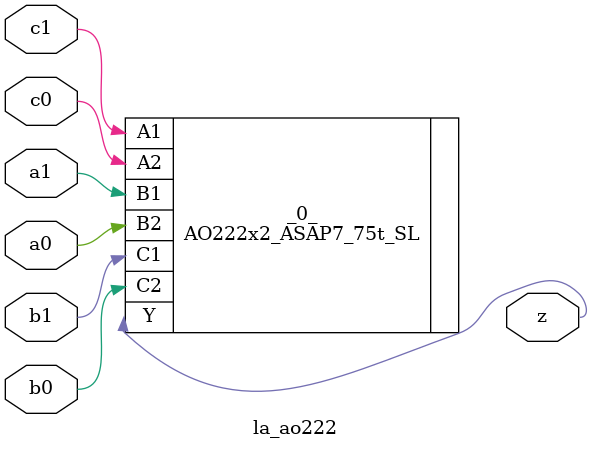
<source format=v>

/* Generated by Yosys 0.44 (git sha1 80ba43d26, g++ 11.4.0-1ubuntu1~22.04 -fPIC -O3) */

(* top =  1  *)
(* src = "generated" *)
module la_ao222 (
    a0,
    a1,
    b0,
    b1,
    c0,
    c1,
    z
);
  (* src = "generated" *)
  input a0;
  wire a0;
  (* src = "generated" *)
  input a1;
  wire a1;
  (* src = "generated" *)
  input b0;
  wire b0;
  (* src = "generated" *)
  input b1;
  wire b1;
  (* src = "generated" *)
  input c0;
  wire c0;
  (* src = "generated" *)
  input c1;
  wire c1;
  (* src = "generated" *)
  output z;
  wire z;
  AO222x2_ASAP7_75t_SL _0_ (
      .A1(c1),
      .A2(c0),
      .B1(a1),
      .B2(a0),
      .C1(b1),
      .C2(b0),
      .Y (z)
  );
endmodule

</source>
